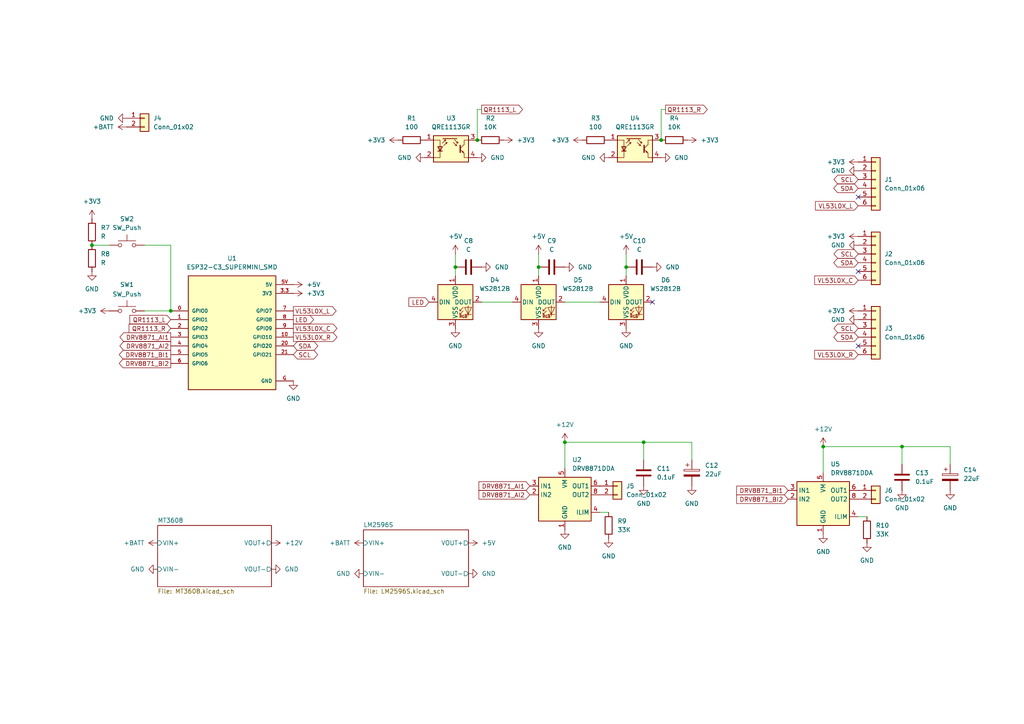
<source format=kicad_sch>
(kicad_sch (version 20250114) (generator "eeschema") (generator_version "9.0")
  (paper "A4")
  (lib_symbols
    (symbol "Connector_Generic:Conn_01x02" (pin_names (offset 1.016) (hide yes))
      (property "Reference" "J" (at 0 2.54 0))
      (property "Value" "Conn_01x02" (at 0 -5.08 0))
      (symbol "Conn_01x02_1_1"
        (rectangle (start -1.27 1.27) (end 1.27 -3.81) (stroke (width 0.254)) (fill (type background)))
        (rectangle (start -1.27 0.127) (end 0 -0.127) (stroke (width 0.1524)))
        (rectangle (start -1.27 -2.413) (end 0 -2.667) (stroke (width 0.1524)))
        (pin passive line (at -5.08 0 0) (length 3.81) (name "Pin_1") (number "1"))
        (pin passive line (at -5.08 -2.54 0) (length 3.81) (name "Pin_2") (number "2"))
      )
    )
    (symbol "Connector_Generic:Conn_01x06" (pin_names (offset 1.016) (hide yes))
      (property "Reference" "J" (at 0 7.62 0))
      (property "Value" "Conn_01x06" (at 0 -10.16 0))
      (symbol "Conn_01x06_1_1"
        (rectangle (start -1.27 6.35) (end 1.27 -8.89) (stroke (width 0.254)) (fill (type background)))
        (rectangle (start -1.27 5.207) (end 0 4.953) (stroke (width 0.1524)))
        (rectangle (start -1.27 2.667) (end 0 2.413) (stroke (width 0.1524)))
        (rectangle (start -1.27 0.127) (end 0 -0.127) (stroke (width 0.1524)))
        (rectangle (start -1.27 -2.413) (end 0 -2.667) (stroke (width 0.1524)))
        (rectangle (start -1.27 -4.953) (end 0 -5.207) (stroke (width 0.1524)))
        (rectangle (start -1.27 -7.493) (end 0 -7.747) (stroke (width 0.1524)))
        (pin passive line (at -5.08 5.08 0) (length 3.81) (name "Pin_1") (number "1"))
        (pin passive line (at -5.08 2.54 0) (length 3.81) (name "Pin_2") (number "2"))
        (pin passive line (at -5.08 0 0) (length 3.81) (name "Pin_3") (number "3"))
        (pin passive line (at -5.08 -2.54 0) (length 3.81) (name "Pin_4") (number "4"))
        (pin passive line (at -5.08 -5.08 0) (length 3.81) (name "Pin_5") (number "5"))
        (pin passive line (at -5.08 -7.62 0) (length 3.81) (name "Pin_6") (number "6"))
      )
    )
    (symbol "Device:C" (pin_numbers (hide yes)) (pin_names (offset 0.254))
      (property "Reference" "C" (at 0.635 2.54 0))
      (property "Value" "C" (at 0.635 -2.54 0))
      (symbol "C_0_1"
        (polyline (pts (xy -2.032 0.762) (xy 2.032 0.762)) (stroke (width 0.508)))
        (polyline (pts (xy -2.032 -0.762) (xy 2.032 -0.762)) (stroke (width 0.508)))
      )
      (symbol "C_1_1"
        (pin passive line (at 0 3.81 270) (length 2.794) (name "~") (number "1"))
        (pin passive line (at 0 -3.81 90) (length 2.794) (name "~") (number "2"))
      )
    )
    (symbol "Device:C_Polarized" (pin_numbers (hide yes)) (pin_names (offset 0.254))
      (property "Reference" "C" (at 0.635 2.54 0))
      (property "Value" "C_Polarized" (at 0.635 -2.54 0))
      (symbol "C_Polarized_0_1"
        (rectangle (start -2.286 0.508) (end 2.286 1.016))
        (polyline (pts (xy -1.778 2.286) (xy -0.762 2.286)))
        (polyline (pts (xy -1.27 2.794) (xy -1.27 1.778)))
        (rectangle (start 2.286 -0.508) (end -2.286 -1.016) (fill (type outline)))
      )
      (symbol "C_Polarized_1_1"
        (pin passive line (at 0 3.81 270) (length 2.794) (name "~") (number "1"))
        (pin passive line (at 0 -3.81 90) (length 2.794) (name "~") (number "2"))
      )
    )
    (symbol "Device:R" (pin_numbers (hide yes)) (pin_names (offset 0))
      (property "Reference" "R" (at 2.032 0 90))
      (property "Value" "R" (at 0 0 90))
      (symbol "R_0_1"
        (rectangle (start -1.016 -2.54) (end 1.016 2.54) (stroke (width 0.254)))
      )
      (symbol "R_1_1"
        (pin passive line (at 0 3.81 270) (length 1.27) (name "~") (number "1"))
        (pin passive line (at 0 -3.81 90) (length 1.27) (name "~") (number "2"))
      )
    )
    (symbol "Driver_Motor:DRV8871DDA"
      (property "Reference" "U" (at -6.35 6.35 0))
      (property "Value" "DRV8871DDA" (at 8.89 6.35 0))
      (symbol "DRV8871DDA_0_1"
        (rectangle (start -7.62 5.08) (end 7.62 -7.62) (stroke (width 0.254)) (fill (type background)))
      )
      (symbol "DRV8871DDA_1_1"
        (pin input line (at -10.16 2.54 0) (length 2.54) (name "IN1") (number "3"))
        (pin input line (at -10.16 0 0) (length 2.54) (name "IN2") (number "2"))
        (pin power_in line (at 0 7.62 270) (length 2.54) (name "VM") (number "5"))
        (pin power_in line (at 0 -10.16 90) (length 2.54) (name "GND") (number "1"))
        (pin passive line (at 0 -10.16 90) (length 2.54) (hide yes) (name "GND") (number "7"))
        (pin passive line (at 0 -10.16 90) (length 2.54) (hide yes) (name "GND") (number "9"))
        (pin output line (at 10.16 2.54 180) (length 2.54) (name "OUT1") (number "6"))
        (pin output line (at 10.16 0 180) (length 2.54) (name "OUT2") (number "8"))
        (pin passive line (at 10.16 -5.08 180) (length 2.54) (name "ILIM") (number "4"))
      )
    )
    (symbol "LED:WS2812B" (pin_names (offset 0.254))
      (property "Reference" "D" (at 5.08 5.715 0))
      (property "Value" "WS2812B" (at 1.27 -5.715 0))
      (symbol "WS2812B_0_0"
        (text "RGB" (at 2.286 -4.191 0) (effects (font (size 0.762 0.762))))
      )
      (symbol "WS2812B_0_1"
        (polyline (pts (xy 1.27 -2.54) (xy 1.778 -2.54)))
        (polyline (pts (xy 1.27 -3.556) (xy 1.778 -3.556)))
        (polyline (pts (xy 2.286 -1.524) (xy 1.27 -2.54) (xy 1.27 -2.032)))
        (polyline (pts (xy 2.286 -2.54) (xy 1.27 -3.556) (xy 1.27 -3.048)))
        (polyline (pts (xy 3.683 -1.016) (xy 3.683 -3.556) (xy 3.683 -4.064)))
        (polyline (pts (xy 4.699 -1.524) (xy 2.667 -1.524) (xy 3.683 -3.556) (xy 4.699 -1.524)))
        (polyline (pts (xy 4.699 -3.556) (xy 2.667 -3.556)))
        (rectangle (start 5.08 5.08) (end -5.08 -5.08) (stroke (width 0.254)) (fill (type background)))
      )
      (symbol "WS2812B_1_1"
        (pin input line (at -7.62 0 0) (length 2.54) (name "DIN") (number "4"))
        (pin power_in line (at 0 7.62 270) (length 2.54) (name "VDD") (number "1"))
        (pin power_in line (at 0 -7.62 90) (length 2.54) (name "VSS") (number "3"))
        (pin output line (at 7.62 0 180) (length 2.54) (name "DOUT") (number "2"))
      )
    )
    (symbol "Sensor_Proximity:QRE1113GR" (pin_names (offset 0.0254) (hide yes))
      (property "Reference" "U" (at -3.81 5.08 0))
      (property "Value" "QRE1113GR" (at 11.43 5.08 0))
      (symbol "QRE1113GR_0_1"
        (polyline (pts (xy -5.08 -2.54) (xy -3.175 -2.54) (xy -3.175 2.54) (xy -5.08 2.54)))
        (polyline (pts (xy -5.08 -3.81) (xy 5.08 -3.81) (xy 5.08 3.81) (xy -5.08 3.81) (xy -5.08 -3.81)) (stroke (width 0.254)) (fill (type background)))
        (polyline (pts (xy -3.81 -0.635) (xy -2.54 -0.635)) (stroke (width 0.254)))
        (polyline (pts (xy -3.175 -0.635) (xy -3.81 0.635) (xy -2.54 0.635) (xy -3.175 -0.635)) (stroke (width 0.254)))
        (polyline (pts (xy -2.54 1.651) (xy -1.524 2.667) (xy -2.032 2.54)))
        (polyline (pts (xy -2.286 2.921) (xy -2.032 3.175)))
        (polyline (pts (xy -2.159 0.889) (xy -1.143 1.905) (xy -1.651 1.778)))
        (polyline (pts (xy -1.778 2.921) (xy -1.524 3.175)))
        (polyline (pts (xy -1.524 2.667) (xy -1.651 2.159)))
        (polyline (pts (xy -1.27 2.921) (xy -1.016 3.175)))
        (polyline (pts (xy -1.143 1.905) (xy -1.27 1.397)))
        (polyline (pts (xy -0.762 2.921) (xy -0.508 3.175)))
        (polyline (pts (xy -0.254 2.921) (xy 0 3.175)))
        (polyline (pts (xy 0.254 2.921) (xy 0.508 3.175)))
        (polyline (pts (xy 0.635 1.905) (xy 1.651 0.889) (xy 1.524 1.397)))
        (polyline (pts (xy 0.762 2.921) (xy 1.016 3.175)))
        (polyline (pts (xy 1.016 2.667) (xy 2.032 1.651) (xy 1.905 2.159)))
        (polyline (pts (xy 1.27 2.921) (xy 1.524 3.175)))
        (polyline (pts (xy 1.651 0.889) (xy 1.143 1.016)))
        (polyline (pts (xy 1.778 2.921) (xy -2.413 2.921)))
        (polyline (pts (xy 2.032 1.651) (xy 1.524 1.778)))
        (polyline (pts (xy 2.667 1.016) (xy 2.667 -1.016) (xy 2.667 -1.016)) (stroke (width 0.3556)))
        (polyline (pts (xy 2.667 0.127) (xy 3.81 1.27)))
        (polyline (pts (xy 2.667 -0.127) (xy 3.81 -1.27)))
        (polyline (pts (xy 3.683 -1.143) (xy 3.429 -0.635) (xy 3.175 -0.889) (xy 3.683 -1.143)))
        (polyline (pts (xy 3.81 1.27) (xy 3.81 2.54) (xy 5.08 2.54)))
        (polyline (pts (xy 3.81 -1.27) (xy 3.81 -2.54) (xy 5.08 -2.54)))
      )
      (symbol "QRE1113GR_1_1"
        (pin passive line (at -7.62 2.54 0) (length 2.54) (name "A") (number "1"))
        (pin passive line (at -7.62 -2.54 0) (length 2.54) (name "K") (number "2"))
        (pin open_collector line (at 7.62 2.54 180) (length 2.54) (name "~") (number "3"))
        (pin open_emitter line (at 7.62 -2.54 180) (length 2.54) (name "~") (number "4"))
      )
    )
    (symbol "Switch:SW_Push" (pin_numbers (hide yes)) (pin_names (offset 1.016) (hide yes))
      (property "Reference" "SW" (at 1.27 2.54 0))
      (property "Value" "SW_Push" (at 0 -1.524 0))
      (symbol "SW_Push_0_1"
        (circle (center -2.032 0) (radius 0.508))
        (polyline (pts (xy 0 1.27) (xy 0 3.048)))
        (circle (center 2.032 0) (radius 0.508))
        (polyline (pts (xy 2.54 1.27) (xy -2.54 1.27)))
        (pin passive line (at -5.08 0 0) (length 2.54) (name "1") (number "1"))
        (pin passive line (at 5.08 0 180) (length 2.54) (name "2") (number "2"))
      )
    )
    (symbol "esp32-c3:ESP32-C3_SUPERMINI_SMD" (pin_names (offset 1.016))
      (property "Reference" "U" (at -12.7 16.002 0))
      (property "Value" "ESP32-C3_SUPERMINI_SMD" (at -12.7 -20.32 0))
      (symbol "ESP32-C3_SUPERMINI_SMD_0_0"
        (rectangle (start -12.7 -17.78) (end 12.7 15.24) (stroke (width 0.254)) (fill (type background)))
        (pin bidirectional line (at -17.78 5.08 0) (length 5.08) (name "GPIO0") (number "0"))
        (pin bidirectional line (at -17.78 2.54 0) (length 5.08) (name "GPIO1") (number "1"))
        (pin bidirectional line (at -17.78 0 0) (length 5.08) (name "GPIO2") (number "2"))
        (pin bidirectional line (at -17.78 -2.54 0) (length 5.08) (name "GPIO3") (number "3"))
        (pin bidirectional line (at -17.78 -5.08 0) (length 5.08) (name "GPIO4") (number "4"))
        (pin bidirectional line (at -17.78 -7.62 0) (length 5.08) (name "GPIO5") (number "5"))
        (pin bidirectional line (at -17.78 -10.16 0) (length 5.08) (name "GPIO6") (number "6"))
        (pin power_in line (at 17.78 12.7 180) (length 5.08) (name "5V") (number "5V"))
        (pin power_in line (at 17.78 10.16 180) (length 5.08) (name "3V3") (number "3.3"))
        (pin bidirectional line (at 17.78 5.08 180) (length 5.08) (name "GPIO7") (number "7"))
        (pin bidirectional line (at 17.78 2.54 180) (length 5.08) (name "GPIO8") (number "8"))
        (pin bidirectional line (at 17.78 0 180) (length 5.08) (name "GPIO9") (number "9"))
        (pin bidirectional line (at 17.78 -2.54 180) (length 5.08) (name "GPIO10") (number "10"))
        (pin bidirectional line (at 17.78 -5.08 180) (length 5.08) (name "GPIO20") (number "20"))
        (pin bidirectional line (at 17.78 -7.62 180) (length 5.08) (name "GPIO21") (number "21"))
        (pin power_in line (at 17.78 -15.24 180) (length 5.08) (name "GND") (number "G"))
      )
    )
    (symbol "power:+12V" (power) (pin_numbers (hide yes)) (pin_names (offset 0) (hide yes))
      (property "Value" "+12V" (at 0 3.556 0))
      (symbol "+12V_0_1"
        (polyline (pts (xy -0.762 1.27) (xy 0 2.54)))
        (polyline (pts (xy 0 2.54) (xy 0.762 1.27)))
        (polyline (pts (xy 0 0) (xy 0 2.54)))
      )
      (symbol "+12V_1_1"
        (pin power_in line (at 0 0 90) (length 0) (name "~") (number "1"))
      )
    )
    (symbol "power:+3V3" (power) (pin_numbers (hide yes)) (pin_names (offset 0) (hide yes))
      (property "Value" "+3V3" (at 0 3.556 0))
      (symbol "+3V3_0_1"
        (polyline (pts (xy -0.762 1.27) (xy 0 2.54)))
        (polyline (pts (xy 0 2.54) (xy 0.762 1.27)))
        (polyline (pts (xy 0 0) (xy 0 2.54)))
      )
      (symbol "+3V3_1_1"
        (pin power_in line (at 0 0 90) (length 0) (name "~") (number "1"))
      )
    )
    (symbol "power:+5V" (power) (pin_numbers (hide yes)) (pin_names (offset 0) (hide yes))
      (property "Value" "+5V" (at 0 3.556 0))
      (symbol "+5V_0_1"
        (polyline (pts (xy -0.762 1.27) (xy 0 2.54)))
        (polyline (pts (xy 0 2.54) (xy 0.762 1.27)))
        (polyline (pts (xy 0 0) (xy 0 2.54)))
      )
      (symbol "+5V_1_1"
        (pin power_in line (at 0 0 90) (length 0) (name "~") (number "1"))
      )
    )
    (symbol "power:+BATT" (power) (pin_numbers (hide yes)) (pin_names (offset 0) (hide yes))
      (property "Value" "+BATT" (at 0 3.556 0))
      (symbol "+BATT_0_1"
        (polyline (pts (xy -0.762 1.27) (xy 0 2.54)))
        (polyline (pts (xy 0 2.54) (xy 0.762 1.27)))
        (polyline (pts (xy 0 0) (xy 0 2.54)))
      )
      (symbol "+BATT_1_1"
        (pin power_in line (at 0 0 90) (length 0) (name "~") (number "1"))
      )
    )
    (symbol "power:GND" (power) (pin_numbers (hide yes)) (pin_names (offset 0) (hide yes))
      (property "Value" "GND" (at 0 -3.81 0))
      (symbol "GND_0_1"
        (polyline (pts (xy 0 0) (xy 0 -1.27) (xy 1.27 -1.27) (xy 0 -2.54) (xy -1.27 -1.27) (xy 0 -1.27)))
      )
      (symbol "GND_1_1"
        (pin power_in line (at 0 0 270) (length 0) (name "~") (number "1"))
      )
    )
  )
  (junction (at 49.53 90.17))
  (junction (at 261.62 129.54))
  (junction (at 163.83 128.27))
  (junction (at 132.08 77.47))
  (junction (at 26.67 71.12))
  (junction (at 238.76 129.54))
  (junction (at 138.43 40.64))
  (junction (at 186.69 128.27))
  (junction (at 191.77 40.64))
  (junction (at 156.21 77.47))
  (junction (at 181.61 77.47))
  (no_connect (at 248.92 78.74))
  (no_connect (at 189.23 87.63))
  (no_connect (at 248.92 100.33))
  (no_connect (at 248.92 57.15))
  (wire (pts (xy 200.66 133.35) (xy 200.66 128.27)))
  (wire (pts (xy 193.04 31.75) (xy 191.77 31.75)))
  (wire (pts (xy 261.62 129.54) (xy 238.76 129.54)))
  (wire (pts (xy 181.61 73.66) (xy 181.61 77.47)))
  (wire (pts (xy 191.77 31.75) (xy 191.77 40.64)))
  (wire (pts (xy 41.91 90.17) (xy 49.53 90.17)))
  (wire (pts (xy 163.83 128.27) (xy 163.83 135.89)))
  (wire (pts (xy 238.76 129.54) (xy 238.76 137.16)))
  (wire (pts (xy 200.66 128.27) (xy 186.69 128.27)))
  (wire (pts (xy 139.7 31.75) (xy 138.43 31.75)))
  (wire (pts (xy 186.69 128.27) (xy 163.83 128.27)))
  (wire (pts (xy 261.62 129.54) (xy 261.62 134.62)))
  (wire (pts (xy 132.08 73.66) (xy 132.08 77.47)))
  (wire (pts (xy 173.99 148.59) (xy 176.53 148.59)))
  (wire (pts (xy 26.67 71.12) (xy 31.75 71.12)))
  (wire (pts (xy 163.83 87.63) (xy 173.99 87.63)))
  (wire (pts (xy 148.59 87.63) (xy 139.7 87.63)))
  (wire (pts (xy 181.61 77.47) (xy 181.61 80.01)))
  (wire (pts (xy 138.43 31.75) (xy 138.43 40.64)))
  (wire (pts (xy 49.53 71.12) (xy 49.53 90.17)))
  (wire (pts (xy 156.21 77.47) (xy 156.21 80.01)))
  (wire (pts (xy 248.92 149.86) (xy 251.46 149.86)))
  (wire (pts (xy 186.69 128.27) (xy 186.69 133.35)))
  (wire (pts (xy 41.91 71.12) (xy 49.53 71.12)))
  (wire (pts (xy 156.21 73.66) (xy 156.21 77.47)))
  (wire (pts (xy 132.08 77.47) (xy 132.08 80.01)))
  (wire (pts (xy 275.59 134.62) (xy 275.59 129.54)))
  (wire (pts (xy 275.59 129.54) (xy 261.62 129.54)))
  (global_label "SCL" (shape bidirectional) (at 248.92 52.07 180) (property "Intersheetrefs" "${INTERSHEET_REFS}" (effects (hide yes))))
  (global_label "QR1113_R" (shape input) (at 49.53 95.25 180) (property "Intersheetrefs" "${INTERSHEET_REFS}" (effects (hide yes))))
  (global_label "QR1113_R" (shape output) (at 193.04 31.75 0) (property "Intersheetrefs" "${INTERSHEET_REFS}" (effects (hide yes))))
  (global_label "SDA" (shape bidirectional) (at 248.92 54.61 180) (property "Intersheetrefs" "${INTERSHEET_REFS}" (effects (hide yes))))
  (global_label "LED" (shape output) (at 85.09 92.71 0) (property "Intersheetrefs" "${INTERSHEET_REFS}" (effects (hide yes))))
  (global_label "VL53L0X_L" (shape input) (at 248.92 59.69 180) (property "Intersheetrefs" "${INTERSHEET_REFS}" (effects (hide yes))))
  (global_label "DRV8871_AI2" (shape output) (at 49.53 100.33 180) (property "Intersheetrefs" "${INTERSHEET_REFS}" (effects (hide yes))))
  (global_label "VL53L0X_C" (shape output) (at 85.09 95.25 0) (property "Intersheetrefs" "${INTERSHEET_REFS}" (effects (hide yes))))
  (global_label "SDA" (shape bidirectional) (at 248.92 97.79 180) (property "Intersheetrefs" "${INTERSHEET_REFS}" (effects (hide yes))))
  (global_label "SDA" (shape bidirectional) (at 85.09 100.33 0) (property "Intersheetrefs" "${INTERSHEET_REFS}" (effects (hide yes))))
  (global_label "VL53L0X_C" (shape input) (at 248.92 81.28 180) (property "Intersheetrefs" "${INTERSHEET_REFS}" (effects (hide yes))))
  (global_label "SCL" (shape bidirectional) (at 85.09 102.87 0) (property "Intersheetrefs" "${INTERSHEET_REFS}" (effects (hide yes))))
  (global_label "SCL" (shape bidirectional) (at 248.92 73.66 180) (property "Intersheetrefs" "${INTERSHEET_REFS}" (effects (hide yes))))
  (global_label "VL53L0X_R" (shape input) (at 248.92 102.87 180) (property "Intersheetrefs" "${INTERSHEET_REFS}" (effects (hide yes))))
  (global_label "DRV8871_AI1" (shape input) (at 153.67 140.97 180) (property "Intersheetrefs" "${INTERSHEET_REFS}" (effects (hide yes))))
  (global_label "VL53L0X_R" (shape output) (at 85.09 97.79 0) (property "Intersheetrefs" "${INTERSHEET_REFS}" (effects (hide yes))))
  (global_label "DRV8871_AI1" (shape output) (at 49.53 97.79 180) (property "Intersheetrefs" "${INTERSHEET_REFS}" (effects (hide yes))))
  (global_label "QR1113_L" (shape output) (at 139.7 31.75 0) (property "Intersheetrefs" "${INTERSHEET_REFS}" (effects (hide yes))))
  (global_label "DRV8871_BI1" (shape input) (at 228.6 142.24 180) (property "Intersheetrefs" "${INTERSHEET_REFS}" (effects (hide yes))))
  (global_label "DRV8871_AI2" (shape input) (at 153.67 143.51 180) (property "Intersheetrefs" "${INTERSHEET_REFS}" (effects (hide yes))))
  (global_label "SDA" (shape bidirectional) (at 248.92 76.2 180) (property "Intersheetrefs" "${INTERSHEET_REFS}" (effects (hide yes))))
  (global_label "DRV8871_BI1" (shape output) (at 49.53 102.87 180) (property "Intersheetrefs" "${INTERSHEET_REFS}" (effects (hide yes))))
  (global_label "LED" (shape input) (at 124.46 87.63 180) (property "Intersheetrefs" "${INTERSHEET_REFS}" (effects (hide yes))))
  (global_label "DRV8871_BI2" (shape input) (at 228.6 144.78 180) (property "Intersheetrefs" "${INTERSHEET_REFS}" (effects (hide yes))))
  (global_label "SCL" (shape bidirectional) (at 248.92 95.25 180) (property "Intersheetrefs" "${INTERSHEET_REFS}" (effects (hide yes))))
  (global_label "QR1113_L" (shape input) (at 49.53 92.71 180) (property "Intersheetrefs" "${INTERSHEET_REFS}" (effects (hide yes))))
  (global_label "DRV8871_BI2" (shape output) (at 49.53 105.41 180) (property "Intersheetrefs" "${INTERSHEET_REFS}" (effects (hide yes))))
  (global_label "VL53L0X_L" (shape output) (at 85.09 90.17 0) (property "Intersheetrefs" "${INTERSHEET_REFS}" (effects (hide yes))))
  (symbol (lib_id "power:GND") (at 181.61 95.25 0) (unit 1)
    (property "Reference" "#PWR062" (effects (hide yes)))
    (property "Value" "GND" (at 181.61 100.33 0))
    (property "Description" "Power symbol creates a global label with name \"GND\" , ground" (effects (hide yes)))
  )
  (symbol (lib_id "power:+3V3") (at 31.75 90.17 90) (unit 1)
    (property "Reference" "#PWR025" (effects (hide yes)))
    (property "Value" "+3V3" (at 27.94 90.1699 90) (effects (justify left)))
    (property "Description" "Power symbol creates a global label with name \"+3V3\"" (effects (hide yes)))
  )
  (symbol (lib_id "power:+5V") (at 135.89 157.48 270) (unit 1)
    (property "Reference" "#PWR045" (effects (hide yes)))
    (property "Value" "+5V" (at 139.7 157.4799 90) (effects (justify left)))
    (property "Description" "Power symbol creates a global label with name \"+5V\"" (effects (hide yes)))
  )
  (symbol (lib_id "Device:C") (at 186.69 137.16 0) (unit 1)
    (property "Reference" "C11" (at 190.5 135.8899 0) (effects (justify left)))
    (property "Value" "0.1uF" (at 190.5 138.4299 0) (effects (justify left)))
    (property "Footprint" "Capacitor_SMD:C_0805_2012Metric_Pad1.18x1.45mm_HandSolder" (effects (hide yes)))
    (property "Description" "Unpolarized capacitor" (effects (hide yes)))
  )
  (symbol (lib_id "power:GND") (at 78.74 165.1 90) (unit 1)
    (property "Reference" "#PWR034" (effects (hide yes)))
    (property "Value" "GND" (at 82.55 165.0999 90) (effects (justify right)))
    (property "Description" "Power symbol creates a global label with name \"GND\" , ground" (effects (hide yes)))
  )
  (symbol (lib_id "power:+5V") (at 132.08 73.66 0) (unit 1)
    (property "Reference" "#PWR024" (effects (hide yes)))
    (property "Value" "+5V" (at 132.08 68.58 0))
    (property "Description" "Power symbol creates a global label with name \"+5V\"" (effects (hide yes)))
  )
  (symbol (lib_id "Device:R") (at 119.38 40.64 270) (unit 1)
    (property "Reference" "R1" (at 119.38 34.29 90))
    (property "Value" "100" (at 119.38 36.83 90))
    (property "Footprint" "Resistor_SMD:R_0805_2012Metric_Pad1.20x1.40mm_HandSolder" (effects (hide yes)))
    (property "Description" "Resistor" (effects (hide yes)))
  )
  (symbol (lib_id "power:GND") (at 135.89 166.37 90) (unit 1)
    (property "Reference" "#PWR046" (effects (hide yes)))
    (property "Value" "GND" (at 139.7 166.3699 90) (effects (justify right)))
    (property "Description" "Power symbol creates a global label with name \"GND\" , ground" (effects (hide yes)))
  )
  (symbol (lib_id "Device:C_Polarized") (at 275.59 138.43 0) (unit 1)
    (property "Reference" "C14" (at 279.4 136.2709 0) (effects (justify left)))
    (property "Value" "22uF" (at 279.4 138.8109 0) (effects (justify left)))
    (property "Footprint" "Capacitor_SMD:CP_Elec_8x10.5" (effects (hide yes)))
    (property "Description" "Polarized capacitor" (effects (hide yes)))
  )
  (symbol (lib_id "Driver_Motor:DRV8871DDA") (at 238.76 144.78 0) (unit 1)
    (property "Reference" "U5" (at 240.9033 134.62 0) (effects (justify left)))
    (property "Value" "DRV8871DDA" (at 240.9033 137.16 0) (effects (justify left)))
    (property "Footprint" "Package_SO:Texas_HTSOP-8-1EP_3.9x4.9mm_P1.27mm_EP2.95x4.9mm_Mask2.4x3.1mm_ThermalVias" (effects (hide yes)))
    (property "Datasheet" "http://www.ti.com/lit/ds/symlink/drv8871.pdf" (effects (hide yes)))
    (property "Description" "Brushed DC Motor Driver, PWM Control, 45V, 3.6A, Current limiting, HTSOP-8" (effects (hide yes)))
  )
  (symbol (lib_id "power:GND") (at 248.92 71.12 270) (unit 1)
    (property "Reference" "#PWR021" (effects (hide yes)))
    (property "Value" "GND" (at 245.11 71.1199 90) (effects (justify right)))
    (property "Description" "Power symbol creates a global label with name \"GND\" , ground" (effects (hide yes)))
  )
  (symbol (lib_id "power:GND") (at 26.67 78.74 0) (unit 1)
    (property "Reference" "#PWR014" (effects (hide yes)))
    (property "Value" "GND" (at 26.67 83.82 0))
    (property "Description" "Power symbol creates a global label with name \"GND\" , ground" (effects (hide yes)))
  )
  (symbol (lib_id "power:GND") (at 139.7 77.47 90) (unit 1)
    (property "Reference" "#PWR027" (effects (hide yes)))
    (property "Value" "GND" (at 143.51 77.4699 90) (effects (justify right)))
    (property "Description" "Power symbol creates a global label with name \"GND\" , ground" (effects (hide yes)))
  )
  (symbol (lib_id "power:GND") (at 251.46 157.48 0) (unit 1)
    (property "Reference" "#PWR048" (effects (hide yes)))
    (property "Value" "GND" (at 251.46 162.56 0))
    (property "Description" "Power symbol creates a global label with name \"GND\" , ground" (effects (hide yes)))
  )
  (symbol (lib_id "Switch:SW_Push") (at 36.83 90.17 0) (unit 1)
    (property "Reference" "SW1" (at 36.83 82.55 0))
    (property "Value" "SW_Push" (at 36.83 85.344 0))
    (property "Footprint" "Button_Switch_SMD:SW_SPST_PTS647_Sx50" (effects (hide yes)))
    (property "Description" "Push button switch, generic, two pins" (effects (hide yes)))
  )
  (symbol (lib_id "Device:C") (at 185.42 77.47 90) (unit 1)
    (property "Reference" "C10" (at 185.42 69.85 90))
    (property "Value" "C" (at 185.42 72.39 90))
    (property "Footprint" "Capacitor_SMD:C_0805_2012Metric_Pad1.18x1.45mm_HandSolder" (effects (hide yes)))
    (property "Description" "Unpolarized capacitor" (effects (hide yes)))
  )
  (symbol (lib_id "LED:WS2812B") (at 181.61 87.63 0) (unit 1)
    (property "Reference" "D6" (at 193.04 81.2098 0))
    (property "Value" "WS2812B" (at 193.04 83.7498 0))
    (property "Footprint" "LED_SMD:LED_WS2812B_PLCC4_5.0x5.0mm_P3.2mm" (effects (hide yes)))
    (property "Datasheet" "https://cdn-shop.adafruit.com/datasheets/WS2812B.pdf" (effects (hide yes)))
    (property "Description" "RGB LED with integrated controller" (effects (hide yes)))
  )
  (symbol (lib_id "power:GND") (at 248.92 49.53 270) (unit 1)
    (property "Reference" "#PWR019" (effects (hide yes)))
    (property "Value" "GND" (at 245.11 49.5299 90) (effects (justify right)))
    (property "Description" "Power symbol creates a global label with name \"GND\" , ground" (effects (hide yes)))
  )
  (symbol (lib_id "Device:R") (at 172.72 40.64 270) (unit 1)
    (property "Reference" "R3" (at 172.72 34.29 90))
    (property "Value" "100" (at 172.72 36.83 90))
    (property "Footprint" "Resistor_SMD:R_0805_2012Metric_Pad1.20x1.40mm_HandSolder" (effects (hide yes)))
    (property "Description" "Resistor" (effects (hide yes)))
  )
  (symbol (lib_id "power:+5V") (at 156.21 73.66 0) (unit 1)
    (property "Reference" "#PWR028" (effects (hide yes)))
    (property "Value" "+5V" (at 156.21 68.58 0))
    (property "Description" "Power symbol creates a global label with name \"+5V\"" (effects (hide yes)))
  )
  (symbol (lib_id "power:+5V") (at 85.09 82.55 270) (unit 1)
    (property "Reference" "#PWR016" (effects (hide yes)))
    (property "Value" "+5V" (at 88.9 82.5499 90) (effects (justify left)))
    (property "Description" "Power symbol creates a global label with name \"+5V\"" (effects (hide yes)))
  )
  (symbol (lib_id "power:GND") (at 45.72 165.1 270) (unit 1)
    (property "Reference" "#PWR036" (effects (hide yes)))
    (property "Value" "GND" (at 41.91 165.0999 90) (effects (justify right)))
    (property "Description" "Power symbol creates a global label with name \"GND\" , ground" (effects (hide yes)))
  )
  (symbol (lib_id "power:+12V") (at 238.76 129.54 0) (unit 1)
    (property "Reference" "#PWR068" (effects (hide yes)))
    (property "Value" "+12V" (at 238.76 124.46 0))
    (property "Description" "Power symbol creates a global label with name \"+12V\"" (effects (hide yes)))
  )
  (symbol (lib_id "power:+12V") (at 163.83 128.27 0) (unit 1)
    (property "Reference" "#PWR065" (effects (hide yes)))
    (property "Value" "+12V" (at 163.83 123.19 0))
    (property "Description" "Power symbol creates a global label with name \"+12V\"" (effects (hide yes)))
  )
  (symbol (lib_id "power:GND") (at 85.09 110.49 0) (unit 1)
    (property "Reference" "#PWR09" (effects (hide yes)))
    (property "Value" "GND" (at 85.09 115.57 0))
    (property "Description" "Power symbol creates a global label with name \"GND\" , ground" (effects (hide yes)))
  )
  (symbol (lib_id "power:GND") (at 36.83 34.29 270) (unit 1)
    (property "Reference" "#PWR012" (effects (hide yes)))
    (property "Value" "GND" (at 33.02 34.2899 90) (effects (justify right)))
    (property "Description" "Power symbol creates a global label with name \"GND\" , ground" (effects (hide yes)))
  )
  (symbol (lib_id "Sensor_Proximity:QRE1113GR") (at 184.15 43.18 0) (unit 1)
    (property "Reference" "U4" (at 184.15 34.29 0))
    (property "Value" "QRE1113GR" (at 184.15 36.83 0))
    (property "Footprint" "OptoDevice:OnSemi_CASE100CY" (effects (hide yes)))
    (property "Datasheet" "http://www.onsemi.com/pub/Collateral/QRE1113-D.PDF" (effects (hide yes)))
    (property "Description" "Miniature Reflective Optical Object Sensor, SMD-4" (effects (hide yes)))
  )
  (symbol (lib_id "power:+BATT") (at 36.83 36.83 90) (unit 1)
    (property "Reference" "#PWR059" (effects (hide yes)))
    (property "Value" "+BATT" (at 33.02 36.8299 90) (effects (justify left)))
    (property "Description" "Power symbol creates a global label with name \"+BATT\"" (effects (hide yes)))
  )
  (symbol (lib_id "power:GND") (at 156.21 95.25 0) (unit 1)
    (property "Reference" "#PWR033" (effects (hide yes)))
    (property "Value" "GND" (at 156.21 100.33 0))
    (property "Description" "Power symbol creates a global label with name \"GND\" , ground" (effects (hide yes)))
  )
  (symbol (lib_id "power:GND") (at 261.62 142.24 0) (unit 1)
    (property "Reference" "#PWR069" (effects (hide yes)))
    (property "Value" "GND" (at 261.62 147.32 0))
    (property "Description" "Power symbol creates a global label with name \"GND\" , ground" (effects (hide yes)))
  )
  (symbol (lib_id "power:+BATT") (at 45.72 157.48 90) (unit 1)
    (property "Reference" "#PWR071" (effects (hide yes)))
    (property "Value" "+BATT" (at 41.91 157.4799 90) (effects (justify left)))
    (property "Description" "Power symbol creates a global label with name \"+BATT\"" (effects (hide yes)))
  )
  (symbol (lib_id "power:+3V3") (at 248.92 90.17 90) (unit 1)
    (property "Reference" "#PWR022" (effects (hide yes)))
    (property "Value" "+3V3" (at 245.11 90.1699 90) (effects (justify left)))
    (property "Description" "Power symbol creates a global label with name \"+3V3\"" (effects (hide yes)))
  )
  (symbol (lib_id "power:+3V3") (at 85.09 85.09 270) (unit 1)
    (property "Reference" "#PWR017" (effects (hide yes)))
    (property "Value" "+3V3" (at 88.9 85.0899 90) (effects (justify left)))
    (property "Description" "Power symbol creates a global label with name \"+3V3\"" (effects (hide yes)))
  )
  (symbol (lib_id "power:GND") (at 200.66 140.97 0) (unit 1)
    (property "Reference" "#PWR067" (effects (hide yes)))
    (property "Value" "GND" (at 200.66 146.05 0))
    (property "Description" "Power symbol creates a global label with name \"GND\" , ground" (effects (hide yes)))
  )
  (symbol (lib_id "power:GND") (at 163.83 77.47 90) (unit 1)
    (property "Reference" "#PWR060" (effects (hide yes)))
    (property "Value" "GND" (at 167.64 77.4699 90) (effects (justify right)))
    (property "Description" "Power symbol creates a global label with name \"GND\" , ground" (effects (hide yes)))
  )
  (symbol (lib_id "power:GND") (at 176.53 156.21 0) (unit 1)
    (property "Reference" "#PWR015" (effects (hide yes)))
    (property "Value" "GND" (at 176.53 161.29 0))
    (property "Description" "Power symbol creates a global label with name \"GND\" , ground" (effects (hide yes)))
  )
  (symbol (lib_id "power:GND") (at 189.23 77.47 90) (unit 1)
    (property "Reference" "#PWR063" (effects (hide yes)))
    (property "Value" "GND" (at 193.04 77.4699 90) (effects (justify right)))
    (property "Description" "Power symbol creates a global label with name \"GND\" , ground" (effects (hide yes)))
  )
  (symbol (lib_id "Connector_Generic:Conn_01x06") (at 254 52.07 0) (unit 1)
    (property "Reference" "J1" (at 256.54 52.0699 0) (effects (justify left)))
    (property "Value" "Conn_01x06" (at 256.54 54.6099 0) (effects (justify left)))
    (property "Footprint" "Connector_PinHeader_2.54mm:PinHeader_1x06_P2.54mm_Vertical" (effects (hide yes)))
    (property "Description" "Generic connector, single row, 01x06, script generated (kicad-library-utils/schlib/autogen/connector/)" (effects (hide yes)))
  )
  (symbol (lib_id "power:+5V") (at 181.61 73.66 0) (unit 1)
    (property "Reference" "#PWR061" (effects (hide yes)))
    (property "Value" "+5V" (at 181.61 68.58 0))
    (property "Description" "Power symbol creates a global label with name \"+5V\"" (effects (hide yes)))
  )
  (symbol (lib_id "Connector_Generic:Conn_01x06") (at 254 73.66 0) (unit 1)
    (property "Reference" "J2" (at 256.54 73.6599 0) (effects (justify left)))
    (property "Value" "Conn_01x06" (at 256.54 76.1999 0) (effects (justify left)))
    (property "Footprint" "Connector_PinHeader_2.54mm:PinHeader_1x06_P2.54mm_Vertical" (effects (hide yes)))
    (property "Description" "Generic connector, single row, 01x06, script generated (kicad-library-utils/schlib/autogen/connector/)" (effects (hide yes)))
  )
  (symbol (lib_id "Device:C") (at 135.89 77.47 90) (unit 1)
    (property "Reference" "C8" (at 135.89 69.85 90))
    (property "Value" "C" (at 135.89 72.39 90))
    (property "Footprint" "Capacitor_SMD:C_0805_2012Metric_Pad1.18x1.45mm_HandSolder" (effects (hide yes)))
    (property "Description" "Unpolarized capacitor" (effects (hide yes)))
  )
  (symbol (lib_id "Device:C") (at 160.02 77.47 90) (unit 1)
    (property "Reference" "C9" (at 160.02 69.85 90))
    (property "Value" "C" (at 160.02 72.39 90))
    (property "Footprint" "Capacitor_SMD:C_0805_2012Metric_Pad1.18x1.45mm_HandSolder" (effects (hide yes)))
    (property "Description" "Unpolarized capacitor" (effects (hide yes)))
  )
  (symbol (lib_id "Device:R") (at 195.58 40.64 270) (unit 1)
    (property "Reference" "R4" (at 195.58 34.29 90))
    (property "Value" "10K" (at 195.58 36.83 90))
    (property "Footprint" "Resistor_SMD:R_0805_2012Metric_Pad1.20x1.40mm_HandSolder" (effects (hide yes)))
    (property "Description" "Resistor" (effects (hide yes)))
  )
  (symbol (lib_id "Connector_Generic:Conn_01x06") (at 254 95.25 0) (unit 1)
    (property "Reference" "J3" (at 256.54 95.2499 0) (effects (justify left)))
    (property "Value" "Conn_01x06" (at 256.54 97.7899 0) (effects (justify left)))
    (property "Footprint" "Connector_PinHeader_2.54mm:PinHeader_1x06_P2.54mm_Vertical" (effects (hide yes)))
    (property "Description" "Generic connector, single row, 01x06, script generated (kicad-library-utils/schlib/autogen/connector/)" (effects (hide yes)))
  )
  (symbol (lib_id "power:GND") (at 123.19 45.72 270) (unit 1)
    (property "Reference" "#PWR02" (effects (hide yes)))
    (property "Value" "GND" (at 119.38 45.7199 90) (effects (justify right)))
    (property "Description" "Power symbol creates a global label with name \"GND\" , ground" (effects (hide yes)))
  )
  (symbol (lib_id "power:GND") (at 191.77 45.72 90) (unit 1)
    (property "Reference" "#PWR08" (effects (hide yes)))
    (property "Value" "GND" (at 195.58 45.7199 90) (effects (justify right)))
    (property "Description" "Power symbol creates a global label with name \"GND\" , ground" (effects (hide yes)))
  )
  (symbol (lib_id "Device:R") (at 26.67 74.93 0) (unit 1)
    (property "Reference" "R8" (at 29.21 73.6599 0) (effects (justify left)))
    (property "Value" "R" (at 29.21 76.1999 0) (effects (justify left)))
    (property "Footprint" "Resistor_SMD:R_0805_2012Metric_Pad1.20x1.40mm_HandSolder" (effects (hide yes)))
    (property "Description" "Resistor" (effects (hide yes)))
  )
  (symbol (lib_id "power:GND") (at 248.92 92.71 270) (unit 1)
    (property "Reference" "#PWR023" (effects (hide yes)))
    (property "Value" "GND" (at 245.11 92.7099 90) (effects (justify right)))
    (property "Description" "Power symbol creates a global label with name \"GND\" , ground" (effects (hide yes)))
  )
  (symbol (lib_id "power:GND") (at 138.43 45.72 90) (unit 1)
    (property "Reference" "#PWR07" (effects (hide yes)))
    (property "Value" "GND" (at 142.24 45.7199 90) (effects (justify right)))
    (property "Description" "Power symbol creates a global label with name \"GND\" , ground" (effects (hide yes)))
  )
  (symbol (lib_id "Device:C_Polarized") (at 200.66 137.16 0) (unit 1)
    (property "Reference" "C12" (at 204.47 135.0009 0) (effects (justify left)))
    (property "Value" "22uF" (at 204.47 137.5409 0) (effects (justify left)))
    (property "Footprint" "Capacitor_SMD:CP_Elec_8x10.5" (effects (hide yes)))
    (property "Description" "Polarized capacitor" (effects (hide yes)))
  )
  (symbol (lib_id "power:+3V3") (at 26.67 63.5 0) (unit 1)
    (property "Reference" "#PWR064" (effects (hide yes)))
    (property "Value" "+3V3" (at 26.67 58.42 0))
    (property "Description" "Power symbol creates a global label with name \"+3V3\"" (effects (hide yes)))
  )
  (symbol (lib_id "power:+3V3") (at 248.92 68.58 90) (unit 1)
    (property "Reference" "#PWR020" (effects (hide yes)))
    (property "Value" "+3V3" (at 245.11 68.5799 90) (effects (justify left)))
    (property "Description" "Power symbol creates a global label with name \"+3V3\"" (effects (hide yes)))
  )
  (symbol (lib_id "esp32-c3:ESP32-C3_SUPERMINI_SMD") (at 67.31 95.25 0) (unit 1)
    (property "Reference" "U1" (at 67.31 74.93 0))
    (property "Value" "ESP32-C3_SUPERMINI_SMD" (at 67.31 77.47 0))
    (property "Footprint" "esp32-c3:MODULE_ESP32-C3_SUPERMINI" (effects (hide yes)))
    (property "MF" "Espressif Systems" (effects (hide yes)))
    (property "MAXIMUM_PACKAGE_HEIGHT" "4.2mm" (effects (hide yes)))
    (property "Package" "None" (effects (hide yes)))
    (property "Price" "None" (effects (hide yes)))
    (property "Check_prices" "https://www.snapeda.com/parts/ESP32-C3%20SuperMini_SMD/Espressif+Systems/view-part/?ref=eda" (effects (hide yes)))
    (property "STANDARD" "Manufacturer Recommendations" (effects (hide yes)))
    (property "SnapEDA_Link" "https://www.snapeda.com/parts/ESP32-C3%20SuperMini_SMD/Espressif+Systems/view-part/?ref=snap" (effects (hide yes)))
    (property "MP" "ESP32-C3 SuperMini_SMD" (effects (hide yes)))
    (property "Description_1" "Super tiny ESP32-C3 board" (effects (hide yes)))
    (property "Availability" "Not in stock" (effects (hide yes)))
    (property "MANUFACTURER" "Espressif" (effects (hide yes)))
  )
  (symbol (lib_id "power:+12V") (at 78.74 157.48 270) (unit 1)
    (property "Reference" "#PWR035" (effects (hide yes)))
    (property "Value" "+12V" (at 82.55 157.4799 90) (effects (justify left)))
    (property "Description" "Power symbol creates a global label with name \"+12V\"" (effects (hide yes)))
  )
  (symbol (lib_id "Connector_Generic:Conn_01x02") (at 179.07 140.97 0) (unit 1)
    (property "Reference" "J5" (at 181.61 140.9699 0) (effects (justify left)))
    (property "Value" "Conn_01x02" (at 181.61 143.5099 0) (effects (justify left)))
    (property "Footprint" "Connector_JST:JST_PH_B2B-PH-K_1x02_P2.00mm_Vertical" (effects (hide yes)))
    (property "Description" "Generic connector, single row, 01x02, script generated (kicad-library-utils/schlib/autogen/connector/)" (effects (hide yes)))
  )
  (symbol (lib_id "power:GND") (at 275.59 142.24 0) (unit 1)
    (property "Reference" "#PWR070" (effects (hide yes)))
    (property "Value" "GND" (at 275.59 147.32 0))
    (property "Description" "Power symbol creates a global label with name \"GND\" , ground" (effects (hide yes)))
  )
  (symbol (lib_id "power:GND") (at 132.08 95.25 0) (unit 1)
    (property "Reference" "#PWR026" (effects (hide yes)))
    (property "Value" "GND" (at 132.08 100.33 0))
    (property "Description" "Power symbol creates a global label with name \"GND\" , ground" (effects (hide yes)))
  )
  (symbol (lib_id "Device:R") (at 176.53 152.4 0) (unit 1)
    (property "Reference" "R9" (at 179.07 151.1299 0) (effects (justify left)))
    (property "Value" "33K" (at 179.07 153.6699 0) (effects (justify left)))
    (property "Footprint" "Resistor_SMD:R_0805_2012Metric_Pad1.20x1.40mm_HandSolder" (effects (hide yes)))
    (property "Description" "Resistor" (effects (hide yes)))
  )
  (symbol (lib_id "Connector_Generic:Conn_01x02") (at 254 142.24 0) (unit 1)
    (property "Reference" "J6" (at 256.54 142.2399 0) (effects (justify left)))
    (property "Value" "Conn_01x02" (at 256.54 144.7799 0) (effects (justify left)))
    (property "Footprint" "Connector_JST:JST_PH_B2B-PH-K_1x02_P2.00mm_Vertical" (effects (hide yes)))
    (property "Description" "Generic connector, single row, 01x02, script generated (kicad-library-utils/schlib/autogen/connector/)" (effects (hide yes)))
  )
  (symbol (lib_id "power:GND") (at 238.76 154.94 0) (unit 1)
    (property "Reference" "#PWR047" (effects (hide yes)))
    (property "Value" "GND" (at 238.76 160.02 0))
    (property "Description" "Power symbol creates a global label with name \"GND\" , ground" (effects (hide yes)))
  )
  (symbol (lib_id "power:GND") (at 176.53 45.72 270) (unit 1)
    (property "Reference" "#PWR06" (effects (hide yes)))
    (property "Value" "GND" (at 172.72 45.7199 90) (effects (justify right)))
    (property "Description" "Power symbol creates a global label with name \"GND\" , ground" (effects (hide yes)))
  )
  (symbol (lib_id "Sensor_Proximity:QRE1113GR") (at 130.81 43.18 0) (unit 1)
    (property "Reference" "U3" (at 130.81 34.29 0))
    (property "Value" "QRE1113GR" (at 130.81 36.83 0))
    (property "Footprint" "OptoDevice:OnSemi_CASE100CY" (effects (hide yes)))
    (property "Datasheet" "http://www.onsemi.com/pub/Collateral/QRE1113-D.PDF" (effects (hide yes)))
    (property "Description" "Miniature Reflective Optical Object Sensor, SMD-4" (effects (hide yes)))
  )
  (symbol (lib_id "Device:R") (at 26.67 67.31 0) (unit 1)
    (property "Reference" "R7" (at 29.21 66.0399 0) (effects (justify left)))
    (property "Value" "R" (at 29.21 68.5799 0) (effects (justify left)))
    (property "Footprint" "Resistor_SMD:R_0805_2012Metric_Pad1.20x1.40mm_HandSolder" (effects (hide yes)))
    (property "Description" "Resistor" (effects (hide yes)))
  )
  (symbol (lib_id "Driver_Motor:DRV8871DDA") (at 163.83 143.51 0) (unit 1)
    (property "Reference" "U2" (at 165.9733 133.35 0) (effects (justify left)))
    (property "Value" "DRV8871DDA" (at 165.9733 135.89 0) (effects (justify left)))
    (property "Footprint" "Package_SO:Texas_HTSOP-8-1EP_3.9x4.9mm_P1.27mm_EP2.95x4.9mm_Mask2.4x3.1mm_ThermalVias" (effects (hide yes)))
    (property "Datasheet" "http://www.ti.com/lit/ds/symlink/drv8871.pdf" (effects (hide yes)))
    (property "Description" "Brushed DC Motor Driver, PWM Control, 45V, 3.6A, Current limiting, HTSOP-8" (effects (hide yes)))
  )
  (symbol (lib_id "LED:WS2812B") (at 132.08 87.63 0) (unit 1)
    (property "Reference" "D4" (at 143.51 81.2098 0))
    (property "Value" "WS2812B" (at 143.51 83.7498 0))
    (property "Footprint" "LED_SMD:LED_WS2812B_PLCC4_5.0x5.0mm_P3.2mm" (effects (hide yes)))
    (property "Datasheet" "https://cdn-shop.adafruit.com/datasheets/WS2812B.pdf" (effects (hide yes)))
    (property "Description" "RGB LED with integrated controller" (effects (hide yes)))
  )
  (symbol (lib_id "power:+3V3") (at 199.39 40.64 270) (unit 1)
    (property "Reference" "#PWR05" (effects (hide yes)))
    (property "Value" "+3V3" (at 203.2 40.6399 90) (effects (justify left)))
    (property "Description" "Power symbol creates a global label with name \"+3V3\"" (effects (hide yes)))
  )
  (symbol (lib_id "power:+BATT") (at 105.41 157.48 90) (unit 1)
    (property "Reference" "#PWR043" (effects (hide yes)))
    (property "Value" "+BATT" (at 101.6 157.4799 90) (effects (justify left)))
    (property "Description" "Power symbol creates a global label with name \"+BATT\"" (effects (hide yes)))
  )
  (symbol (lib_id "power:+3V3") (at 146.05 40.64 270) (unit 1)
    (property "Reference" "#PWR04" (effects (hide yes)))
    (property "Value" "+3V3" (at 149.86 40.6399 90) (effects (justify left)))
    (property "Description" "Power symbol creates a global label with name \"+3V3\"" (effects (hide yes)))
  )
  (symbol (lib_id "power:GND") (at 163.83 153.67 0) (unit 1)
    (property "Reference" "#PWR013" (effects (hide yes)))
    (property "Value" "GND" (at 163.83 158.75 0))
    (property "Description" "Power symbol creates a global label with name \"GND\" , ground" (effects (hide yes)))
  )
  (symbol (lib_id "power:+3V3") (at 115.57 40.64 90) (unit 1)
    (property "Reference" "#PWR01" (effects (hide yes)))
    (property "Value" "+3V3" (at 111.76 40.6399 90) (effects (justify left)))
    (property "Description" "Power symbol creates a global label with name \"+3V3\"" (effects (hide yes)))
  )
  (symbol (lib_id "Connector_Generic:Conn_01x02") (at 41.91 34.29 0) (unit 1)
    (property "Reference" "J4" (at 44.45 34.2899 0) (effects (justify left)))
    (property "Value" "Conn_01x02" (at 44.45 36.8299 0) (effects (justify left)))
    (property "Footprint" "Connector_JST:JST_PH_B2B-PH-K_1x02_P2.00mm_Vertical" (effects (hide yes)))
    (property "Description" "Generic connector, single row, 01x02, script generated (kicad-library-utils/schlib/autogen/connector/)" (effects (hide yes)))
  )
  (symbol (lib_id "Device:R") (at 142.24 40.64 270) (unit 1)
    (property "Reference" "R2" (at 142.24 34.29 90))
    (property "Value" "10K" (at 142.24 36.83 90))
    (property "Footprint" "Resistor_SMD:R_0805_2012Metric_Pad1.20x1.40mm_HandSolder" (effects (hide yes)))
    (property "Description" "Resistor" (effects (hide yes)))
  )
  (symbol (lib_id "Device:C") (at 261.62 138.43 0) (unit 1)
    (property "Reference" "C13" (at 265.43 137.1599 0) (effects (justify left)))
    (property "Value" "0.1uF" (at 265.43 139.6999 0) (effects (justify left)))
    (property "Footprint" "Capacitor_SMD:C_0805_2012Metric_Pad1.18x1.45mm_HandSolder" (effects (hide yes)))
    (property "Description" "Unpolarized capacitor" (effects (hide yes)))
  )
  (symbol (lib_id "LED:WS2812B") (at 156.21 87.63 0) (unit 1)
    (property "Reference" "D5" (at 167.64 81.2098 0))
    (property "Value" "WS2812B" (at 167.64 83.7498 0))
    (property "Footprint" "LED_SMD:LED_WS2812B_PLCC4_5.0x5.0mm_P3.2mm" (effects (hide yes)))
    (property "Datasheet" "https://cdn-shop.adafruit.com/datasheets/WS2812B.pdf" (effects (hide yes)))
    (property "Description" "RGB LED with integrated controller" (effects (hide yes)))
  )
  (symbol (lib_id "Device:R") (at 251.46 153.67 0) (unit 1)
    (property "Reference" "R10" (at 254 152.3999 0) (effects (justify left)))
    (property "Value" "33K" (at 254 154.9399 0) (effects (justify left)))
    (property "Footprint" "Resistor_SMD:R_0805_2012Metric_Pad1.20x1.40mm_HandSolder" (effects (hide yes)))
    (property "Description" "Resistor" (effects (hide yes)))
  )
  (symbol (lib_id "power:GND") (at 186.69 140.97 0) (unit 1)
    (property "Reference" "#PWR066" (effects (hide yes)))
    (property "Value" "GND" (at 186.69 146.05 0))
    (property "Description" "Power symbol creates a global label with name \"GND\" , ground" (effects (hide yes)))
  )
  (symbol (lib_id "power:+3V3") (at 168.91 40.64 90) (unit 1)
    (property "Reference" "#PWR03" (effects (hide yes)))
    (property "Value" "+3V3" (at 165.1 40.6399 90) (effects (justify left)))
    (property "Description" "Power symbol creates a global label with name \"+3V3\"" (effects (hide yes)))
  )
  (symbol (lib_id "Switch:SW_Push") (at 36.83 71.12 0) (unit 1)
    (property "Reference" "SW2" (at 36.83 63.5 0))
    (property "Value" "SW_Push" (at 36.83 66.04 0))
    (property "Footprint" "Button_Switch_SMD:SW_SPST_PTS647_Sx50" (effects (hide yes)))
    (property "Description" "Push button switch, generic, two pins" (effects (hide yes)))
  )
  (symbol (lib_id "power:GND") (at 105.41 166.37 270) (unit 1)
    (property "Reference" "#PWR044" (effects (hide yes)))
    (property "Value" "GND" (at 101.6 166.3699 90) (effects (justify right)))
    (property "Description" "Power symbol creates a global label with name \"GND\" , ground" (effects (hide yes)))
  )
  (symbol (lib_id "power:+3V3") (at 248.92 46.99 90) (unit 1)
    (property "Reference" "#PWR018" (effects (hide yes)))
    (property "Value" "+3V3" (at 245.11 46.9899 90) (effects (justify left)))
    (property "Description" "Power symbol creates a global label with name \"+3V3\"" (effects (hide yes)))
  )
  (sheet (at 45.72 152.4) (size 33.02 17.78) (stroke (width 0.1524))
    (property "Sheetname" "MT3608" (at 45.72 151.6884 0) (effects (justify left bottom)))
    (property "Sheetfile" "MT3608.kicad_sch" (at 45.72 170.7646 0) (effects (justify left top)))
    (pin "VIN+" input (at 45.72 157.48 180))
    (pin "VIN-" input (at 45.72 165.1 180))
    (pin "VOUT+" output (at 78.74 157.48 0))
    (pin "VOUT-" output (at 78.74 165.1 0))
  )
  (sheet (at 105.41 153.67) (size 30.48 16.51) (stroke (width 0.1524))
    (property "Sheetname" "LM2596S" (at 105.41 152.9584 0) (effects (justify left bottom)))
    (property "Sheetfile" "LM2596S.kicad_sch" (at 105.41 170.7646 0) (effects (justify left top)))
    (pin "VIN+" input (at 105.41 157.48 180))
    (pin "VOUT-" output (at 135.89 166.37 0))
    (pin "VIN-" input (at 105.41 166.37 180))
    (pin "VOUT+" output (at 135.89 157.48 0))
  )
)
</source>
